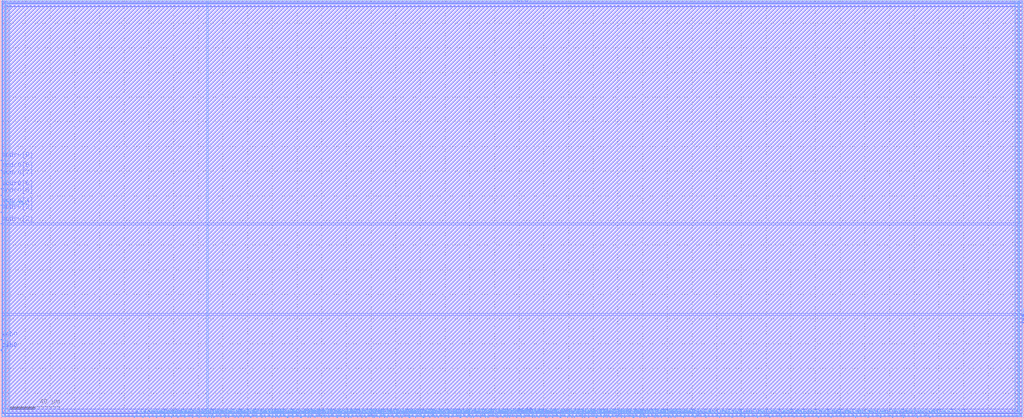
<source format=lef>
VERSION 5.4 ;
NAMESCASESENSITIVE ON ;
BUSBITCHARS "[]" ;
DIVIDERCHAR "/" ;
UNITS
  DATABASE MICRONS 1000 ;
END UNITS
MACRO sky130_sram_4kbyte_1rw_64x512_8
   CLASS BLOCK ;
   SIZE 828.62 BY 339.02 ;
   SYMMETRY X Y R90 ;
   PIN din0[0]
      DIRECTION INPUT ;
      PORT
         LAYER met4 ;
         RECT  167.28 0.0 167.66 1.06 ;
      END
   END din0[0]
   PIN din0[1]
      DIRECTION INPUT ;
      PORT
         LAYER met4 ;
         RECT  172.72 0.0 173.1 1.06 ;
      END
   END din0[1]
   PIN din0[2]
      DIRECTION INPUT ;
      PORT
         LAYER met4 ;
         RECT  178.16 0.0 178.54 1.06 ;
      END
   END din0[2]
   PIN din0[3]
      DIRECTION INPUT ;
      PORT
         LAYER met4 ;
         RECT  184.28 0.0 184.66 1.06 ;
      END
   END din0[3]
   PIN din0[4]
      DIRECTION INPUT ;
      PORT
         LAYER met4 ;
         RECT  189.72 0.0 190.1 1.06 ;
      END
   END din0[4]
   PIN din0[5]
      DIRECTION INPUT ;
      PORT
         LAYER met4 ;
         RECT  196.52 0.0 196.9 1.06 ;
      END
   END din0[5]
   PIN din0[6]
      DIRECTION INPUT ;
      PORT
         LAYER met4 ;
         RECT  202.64 0.0 203.02 1.06 ;
      END
   END din0[6]
   PIN din0[7]
      DIRECTION INPUT ;
      PORT
         LAYER met4 ;
         RECT  207.4 0.0 207.78 1.06 ;
      END
   END din0[7]
   PIN din0[8]
      DIRECTION INPUT ;
      PORT
         LAYER met4 ;
         RECT  214.2 0.0 214.58 1.06 ;
      END
   END din0[8]
   PIN din0[9]
      DIRECTION INPUT ;
      PORT
         LAYER met4 ;
         RECT  219.64 0.0 220.02 1.06 ;
      END
   END din0[9]
   PIN din0[10]
      DIRECTION INPUT ;
      PORT
         LAYER met4 ;
         RECT  225.08 0.0 225.46 1.06 ;
      END
   END din0[10]
   PIN din0[11]
      DIRECTION INPUT ;
      PORT
         LAYER met4 ;
         RECT  231.88 0.0 232.26 1.06 ;
      END
   END din0[11]
   PIN din0[12]
      DIRECTION INPUT ;
      PORT
         LAYER met4 ;
         RECT  236.64 0.0 237.02 1.06 ;
      END
   END din0[12]
   PIN din0[13]
      DIRECTION INPUT ;
      PORT
         LAYER met4 ;
         RECT  243.44 0.0 243.82 1.06 ;
      END
   END din0[13]
   PIN din0[14]
      DIRECTION INPUT ;
      PORT
         LAYER met4 ;
         RECT  248.88 0.0 249.26 1.06 ;
      END
   END din0[14]
   PIN din0[15]
      DIRECTION INPUT ;
      PORT
         LAYER met4 ;
         RECT  254.32 0.0 254.7 1.06 ;
      END
   END din0[15]
   PIN din0[16]
      DIRECTION INPUT ;
      PORT
         LAYER met4 ;
         RECT  259.76 0.0 260.14 1.06 ;
      END
   END din0[16]
   PIN din0[17]
      DIRECTION INPUT ;
      PORT
         LAYER met4 ;
         RECT  265.88 0.0 266.26 1.06 ;
      END
   END din0[17]
   PIN din0[18]
      DIRECTION INPUT ;
      PORT
         LAYER met4 ;
         RECT  272.68 0.0 273.06 1.06 ;
      END
   END din0[18]
   PIN din0[19]
      DIRECTION INPUT ;
      PORT
         LAYER met4 ;
         RECT  278.12 0.0 278.5 1.06 ;
      END
   END din0[19]
   PIN din0[20]
      DIRECTION INPUT ;
      PORT
         LAYER met4 ;
         RECT  283.56 0.0 283.94 1.06 ;
      END
   END din0[20]
   PIN din0[21]
      DIRECTION INPUT ;
      PORT
         LAYER met4 ;
         RECT  289.0 0.0 289.38 1.06 ;
      END
   END din0[21]
   PIN din0[22]
      DIRECTION INPUT ;
      PORT
         LAYER met4 ;
         RECT  295.8 0.0 296.18 1.06 ;
      END
   END din0[22]
   PIN din0[23]
      DIRECTION INPUT ;
      PORT
         LAYER met4 ;
         RECT  301.24 0.0 301.62 1.06 ;
      END
   END din0[23]
   PIN din0[24]
      DIRECTION INPUT ;
      PORT
         LAYER met4 ;
         RECT  306.68 0.0 307.06 1.06 ;
      END
   END din0[24]
   PIN din0[25]
      DIRECTION INPUT ;
      PORT
         LAYER met4 ;
         RECT  312.8 0.0 313.18 1.06 ;
      END
   END din0[25]
   PIN din0[26]
      DIRECTION INPUT ;
      PORT
         LAYER met4 ;
         RECT  318.24 0.0 318.62 1.06 ;
      END
   END din0[26]
   PIN din0[27]
      DIRECTION INPUT ;
      PORT
         LAYER met4 ;
         RECT  325.04 0.0 325.42 1.06 ;
      END
   END din0[27]
   PIN din0[28]
      DIRECTION INPUT ;
      PORT
         LAYER met4 ;
         RECT  331.16 0.0 331.54 1.06 ;
      END
   END din0[28]
   PIN din0[29]
      DIRECTION INPUT ;
      PORT
         LAYER met4 ;
         RECT  335.92 0.0 336.3 1.06 ;
      END
   END din0[29]
   PIN din0[30]
      DIRECTION INPUT ;
      PORT
         LAYER met4 ;
         RECT  342.04 0.0 342.42 1.06 ;
      END
   END din0[30]
   PIN din0[31]
      DIRECTION INPUT ;
      PORT
         LAYER met4 ;
         RECT  347.48 0.0 347.86 1.06 ;
      END
   END din0[31]
   PIN din0[32]
      DIRECTION INPUT ;
      PORT
         LAYER met4 ;
         RECT  354.28 0.0 354.66 1.06 ;
      END
   END din0[32]
   PIN din0[33]
      DIRECTION INPUT ;
      PORT
         LAYER met4 ;
         RECT  359.72 0.0 360.1 1.06 ;
      END
   END din0[33]
   PIN din0[34]
      DIRECTION INPUT ;
      PORT
         LAYER met4 ;
         RECT  365.16 0.0 365.54 1.06 ;
      END
   END din0[34]
   PIN din0[35]
      DIRECTION INPUT ;
      PORT
         LAYER met4 ;
         RECT  371.96 0.0 372.34 1.06 ;
      END
   END din0[35]
   PIN din0[36]
      DIRECTION INPUT ;
      PORT
         LAYER met4 ;
         RECT  377.4 0.0 377.78 1.06 ;
      END
   END din0[36]
   PIN din0[37]
      DIRECTION INPUT ;
      PORT
         LAYER met4 ;
         RECT  382.84 0.0 383.22 1.06 ;
      END
   END din0[37]
   PIN din0[38]
      DIRECTION INPUT ;
      PORT
         LAYER met4 ;
         RECT  388.28 0.0 388.66 1.06 ;
      END
   END din0[38]
   PIN din0[39]
      DIRECTION INPUT ;
      PORT
         LAYER met4 ;
         RECT  394.4 0.0 394.78 1.06 ;
      END
   END din0[39]
   PIN din0[40]
      DIRECTION INPUT ;
      PORT
         LAYER met4 ;
         RECT  401.2 0.0 401.58 1.06 ;
      END
   END din0[40]
   PIN din0[41]
      DIRECTION INPUT ;
      PORT
         LAYER met4 ;
         RECT  406.64 0.0 407.02 1.06 ;
      END
   END din0[41]
   PIN din0[42]
      DIRECTION INPUT ;
      PORT
         LAYER met4 ;
         RECT  412.08 0.0 412.46 1.06 ;
      END
   END din0[42]
   PIN din0[43]
      DIRECTION INPUT ;
      PORT
         LAYER met4 ;
         RECT  417.52 0.0 417.9 1.06 ;
      END
   END din0[43]
   PIN din0[44]
      DIRECTION INPUT ;
      PORT
         LAYER met4 ;
         RECT  423.64 0.0 424.02 1.06 ;
      END
   END din0[44]
   PIN din0[45]
      DIRECTION INPUT ;
      PORT
         LAYER met4 ;
         RECT  430.44 0.0 430.82 1.06 ;
      END
   END din0[45]
   PIN din0[46]
      DIRECTION INPUT ;
      PORT
         LAYER met4 ;
         RECT  435.88 0.0 436.26 1.06 ;
      END
   END din0[46]
   PIN din0[47]
      DIRECTION INPUT ;
      PORT
         LAYER met4 ;
         RECT  441.32 0.0 441.7 1.06 ;
      END
   END din0[47]
   PIN din0[48]
      DIRECTION INPUT ;
      PORT
         LAYER met4 ;
         RECT  446.76 0.0 447.14 1.06 ;
      END
   END din0[48]
   PIN din0[49]
      DIRECTION INPUT ;
      PORT
         LAYER met4 ;
         RECT  453.56 0.0 453.94 1.06 ;
      END
   END din0[49]
   PIN din0[50]
      DIRECTION INPUT ;
      PORT
         LAYER met4 ;
         RECT  459.0 0.0 459.38 1.06 ;
      END
   END din0[50]
   PIN din0[51]
      DIRECTION INPUT ;
      PORT
         LAYER met4 ;
         RECT  464.44 0.0 464.82 1.06 ;
      END
   END din0[51]
   PIN din0[52]
      DIRECTION INPUT ;
      PORT
         LAYER met4 ;
         RECT  471.24 0.0 471.62 1.06 ;
      END
   END din0[52]
   PIN din0[53]
      DIRECTION INPUT ;
      PORT
         LAYER met4 ;
         RECT  476.0 0.0 476.38 1.06 ;
      END
   END din0[53]
   PIN din0[54]
      DIRECTION INPUT ;
      PORT
         LAYER met4 ;
         RECT  482.8 0.0 483.18 1.06 ;
      END
   END din0[54]
   PIN din0[55]
      DIRECTION INPUT ;
      PORT
         LAYER met4 ;
         RECT  488.24 0.0 488.62 1.06 ;
      END
   END din0[55]
   PIN din0[56]
      DIRECTION INPUT ;
      PORT
         LAYER met4 ;
         RECT  493.68 0.0 494.06 1.06 ;
      END
   END din0[56]
   PIN din0[57]
      DIRECTION INPUT ;
      PORT
         LAYER met4 ;
         RECT  499.12 0.0 499.5 1.06 ;
      END
   END din0[57]
   PIN din0[58]
      DIRECTION INPUT ;
      PORT
         LAYER met4 ;
         RECT  505.24 0.0 505.62 1.06 ;
      END
   END din0[58]
   PIN din0[59]
      DIRECTION INPUT ;
      PORT
         LAYER met4 ;
         RECT  512.04 0.0 512.42 1.06 ;
      END
   END din0[59]
   PIN din0[60]
      DIRECTION INPUT ;
      PORT
         LAYER met4 ;
         RECT  517.48 0.0 517.86 1.06 ;
      END
   END din0[60]
   PIN din0[61]
      DIRECTION INPUT ;
      PORT
         LAYER met4 ;
         RECT  522.92 0.0 523.3 1.06 ;
      END
   END din0[61]
   PIN din0[62]
      DIRECTION INPUT ;
      PORT
         LAYER met4 ;
         RECT  529.72 0.0 530.1 1.06 ;
      END
   END din0[62]
   PIN din0[63]
      DIRECTION INPUT ;
      PORT
         LAYER met4 ;
         RECT  535.16 0.0 535.54 1.06 ;
      END
   END din0[63]
   PIN din0[64]
      DIRECTION INPUT ;
      PORT
         LAYER met4 ;
         RECT  540.6 0.0 540.98 1.06 ;
      END
   END din0[64]
   PIN addr0[0]
      DIRECTION INPUT ;
      PORT
         LAYER met4 ;
         RECT  108.12 0.0 108.5 1.06 ;
      END
   END addr0[0]
   PIN addr0[1]
      DIRECTION INPUT ;
      PORT
         LAYER met4 ;
         RECT  114.92 0.0 115.3 1.06 ;
      END
   END addr0[1]
   PIN addr0[2]
      DIRECTION INPUT ;
      PORT
         LAYER met3 ;
         RECT  0.0 157.08 1.06 157.46 ;
      END
   END addr0[2]
   PIN addr0[3]
      DIRECTION INPUT ;
      PORT
         LAYER met3 ;
         RECT  0.0 166.6 1.06 166.98 ;
      END
   END addr0[3]
   PIN addr0[4]
      DIRECTION INPUT ;
      PORT
         LAYER met3 ;
         RECT  0.0 172.04 1.06 172.42 ;
      END
   END addr0[4]
   PIN addr0[5]
      DIRECTION INPUT ;
      PORT
         LAYER met3 ;
         RECT  0.0 180.2 1.06 180.58 ;
      END
   END addr0[5]
   PIN addr0[6]
      DIRECTION INPUT ;
      PORT
         LAYER met3 ;
         RECT  0.0 185.64 1.06 186.02 ;
      END
   END addr0[6]
   PIN addr0[7]
      DIRECTION INPUT ;
      PORT
         LAYER met3 ;
         RECT  0.0 194.48 1.06 194.86 ;
      END
   END addr0[7]
   PIN addr0[8]
      DIRECTION INPUT ;
      PORT
         LAYER met3 ;
         RECT  0.0 200.6 1.06 200.98 ;
      END
   END addr0[8]
   PIN addr0[9]
      DIRECTION INPUT ;
      PORT
         LAYER met3 ;
         RECT  0.0 208.76 1.06 209.14 ;
      END
   END addr0[9]
   PIN csb0
      DIRECTION INPUT ;
      PORT
         LAYER met3 ;
         RECT  0.0 54.4 1.06 54.78 ;
      END
   END csb0
   PIN web0
      DIRECTION INPUT ;
      PORT
         LAYER met3 ;
         RECT  0.0 63.24 1.06 63.62 ;
      END
   END web0
   PIN clk0
      DIRECTION INPUT ;
      PORT
         LAYER met3 ;
         RECT  0.0 55.08 1.06 55.46 ;
      END
   END clk0
   PIN wmask0[0]
      DIRECTION INPUT ;
      PORT
         LAYER met4 ;
         RECT  120.36 0.0 120.74 1.06 ;
      END
   END wmask0[0]
   PIN wmask0[1]
      DIRECTION INPUT ;
      PORT
         LAYER met4 ;
         RECT  125.8 0.0 126.18 1.06 ;
      END
   END wmask0[1]
   PIN wmask0[2]
      DIRECTION INPUT ;
      PORT
         LAYER met4 ;
         RECT  132.6 0.0 132.98 1.06 ;
      END
   END wmask0[2]
   PIN wmask0[3]
      DIRECTION INPUT ;
      PORT
         LAYER met4 ;
         RECT  138.04 0.0 138.42 1.06 ;
      END
   END wmask0[3]
   PIN wmask0[4]
      DIRECTION INPUT ;
      PORT
         LAYER met4 ;
         RECT  143.48 0.0 143.86 1.06 ;
      END
   END wmask0[4]
   PIN wmask0[5]
      DIRECTION INPUT ;
      PORT
         LAYER met4 ;
         RECT  148.92 0.0 149.3 1.06 ;
      END
   END wmask0[5]
   PIN wmask0[6]
      DIRECTION INPUT ;
      PORT
         LAYER met4 ;
         RECT  155.04 0.0 155.42 1.06 ;
      END
   END wmask0[6]
   PIN wmask0[7]
      DIRECTION INPUT ;
      PORT
         LAYER met4 ;
         RECT  160.48 0.0 160.86 1.06 ;
      END
   END wmask0[7]
   PIN spare_wen0
      DIRECTION INPUT ;
      PORT
         LAYER met4 ;
         RECT  546.04 0.0 546.42 1.06 ;
      END
   END spare_wen0
   PIN dout0[0]
      DIRECTION OUTPUT ;
      PORT
         LAYER met4 ;
         RECT  170.68 0.0 171.06 1.06 ;
      END
   END dout0[0]
   PIN dout0[1]
      DIRECTION OUTPUT ;
      PORT
         LAYER met4 ;
         RECT  182.24 0.0 182.62 1.06 ;
      END
   END dout0[1]
   PIN dout0[2]
      DIRECTION OUTPUT ;
      PORT
         LAYER met4 ;
         RECT  192.44 0.0 192.82 1.06 ;
      END
   END dout0[2]
   PIN dout0[3]
      DIRECTION OUTPUT ;
      PORT
         LAYER met4 ;
         RECT  201.96 0.0 202.34 1.06 ;
      END
   END dout0[3]
   PIN dout0[4]
      DIRECTION OUTPUT ;
      PORT
         LAYER met4 ;
         RECT  211.48 0.0 211.86 1.06 ;
      END
   END dout0[4]
   PIN dout0[5]
      DIRECTION OUTPUT ;
      PORT
         LAYER met4 ;
         RECT  222.36 0.0 222.74 1.06 ;
      END
   END dout0[5]
   PIN dout0[6]
      DIRECTION OUTPUT ;
      PORT
         LAYER met4 ;
         RECT  232.56 0.0 232.94 1.06 ;
      END
   END dout0[6]
   PIN dout0[7]
      DIRECTION OUTPUT ;
      PORT
         LAYER met4 ;
         RECT  242.76 0.0 243.14 1.06 ;
      END
   END dout0[7]
   PIN dout0[8]
      DIRECTION OUTPUT ;
      PORT
         LAYER met4 ;
         RECT  250.92 0.0 251.3 1.06 ;
      END
   END dout0[8]
   PIN dout0[9]
      DIRECTION OUTPUT ;
      PORT
         LAYER met4 ;
         RECT  262.48 0.0 262.86 1.06 ;
      END
   END dout0[9]
   PIN dout0[10]
      DIRECTION OUTPUT ;
      PORT
         LAYER met4 ;
         RECT  272.0 0.0 272.38 1.06 ;
      END
   END dout0[10]
   PIN dout0[11]
      DIRECTION OUTPUT ;
      PORT
         LAYER met4 ;
         RECT  281.52 0.0 281.9 1.06 ;
      END
   END dout0[11]
   PIN dout0[12]
      DIRECTION OUTPUT ;
      PORT
         LAYER met4 ;
         RECT  292.4 0.0 292.78 1.06 ;
      END
   END dout0[12]
   PIN dout0[13]
      DIRECTION OUTPUT ;
      PORT
         LAYER met4 ;
         RECT  302.6 0.0 302.98 1.06 ;
      END
   END dout0[13]
   PIN dout0[14]
      DIRECTION OUTPUT ;
      PORT
         LAYER met4 ;
         RECT  310.76 0.0 311.14 1.06 ;
      END
   END dout0[14]
   PIN dout0[15]
      DIRECTION OUTPUT ;
      PORT
         LAYER met4 ;
         RECT  322.32 0.0 322.7 1.06 ;
      END
   END dout0[15]
   PIN dout0[16]
      DIRECTION OUTPUT ;
      PORT
         LAYER met4 ;
         RECT  330.48 0.0 330.86 1.06 ;
      END
   END dout0[16]
   PIN dout0[17]
      DIRECTION OUTPUT ;
      PORT
         LAYER met4 ;
         RECT  342.72 0.0 343.1 1.06 ;
      END
   END dout0[17]
   PIN dout0[18]
      DIRECTION OUTPUT ;
      PORT
         LAYER met4 ;
         RECT  351.56 0.0 351.94 1.06 ;
      END
   END dout0[18]
   PIN dout0[19]
      DIRECTION OUTPUT ;
      PORT
         LAYER met4 ;
         RECT  362.44 0.0 362.82 1.06 ;
      END
   END dout0[19]
   PIN dout0[20]
      DIRECTION OUTPUT ;
      PORT
         LAYER met4 ;
         RECT  372.64 0.0 373.02 1.06 ;
      END
   END dout0[20]
   PIN dout0[21]
      DIRECTION OUTPUT ;
      PORT
         LAYER met4 ;
         RECT  380.8 0.0 381.18 1.06 ;
      END
   END dout0[21]
   PIN dout0[22]
      DIRECTION OUTPUT ;
      PORT
         LAYER met4 ;
         RECT  392.36 0.0 392.74 1.06 ;
      END
   END dout0[22]
   PIN dout0[23]
      DIRECTION OUTPUT ;
      PORT
         LAYER met4 ;
         RECT  402.56 0.0 402.94 1.06 ;
      END
   END dout0[23]
   PIN dout0[24]
      DIRECTION OUTPUT ;
      PORT
         LAYER met4 ;
         RECT  410.04 0.0 410.42 1.06 ;
      END
   END dout0[24]
   PIN dout0[25]
      DIRECTION OUTPUT ;
      PORT
         LAYER met4 ;
         RECT  421.6 0.0 421.98 1.06 ;
      END
   END dout0[25]
   PIN dout0[26]
      DIRECTION OUTPUT ;
      PORT
         LAYER met4 ;
         RECT  432.48 0.0 432.86 1.06 ;
      END
   END dout0[26]
   PIN dout0[27]
      DIRECTION OUTPUT ;
      PORT
         LAYER met4 ;
         RECT  442.68 0.0 443.06 1.06 ;
      END
   END dout0[27]
   PIN dout0[28]
      DIRECTION OUTPUT ;
      PORT
         LAYER met4 ;
         RECT  452.88 0.0 453.26 1.06 ;
      END
   END dout0[28]
   PIN dout0[29]
      DIRECTION OUTPUT ;
      PORT
         LAYER met4 ;
         RECT  462.4 0.0 462.78 1.06 ;
      END
   END dout0[29]
   PIN dout0[30]
      DIRECTION OUTPUT ;
      PORT
         LAYER met4 ;
         RECT  472.6 0.0 472.98 1.06 ;
      END
   END dout0[30]
   PIN dout0[31]
      DIRECTION OUTPUT ;
      PORT
         LAYER met4 ;
         RECT  482.12 0.0 482.5 1.06 ;
      END
   END dout0[31]
   PIN dout0[32]
      DIRECTION OUTPUT ;
      PORT
         LAYER met4 ;
         RECT  490.96 0.0 491.34 1.06 ;
      END
   END dout0[32]
   PIN dout0[33]
      DIRECTION OUTPUT ;
      PORT
         LAYER met4 ;
         RECT  502.52 0.0 502.9 1.06 ;
      END
   END dout0[33]
   PIN dout0[34]
      DIRECTION OUTPUT ;
      PORT
         LAYER met4 ;
         RECT  512.72 0.0 513.1 1.06 ;
      END
   END dout0[34]
   PIN dout0[35]
      DIRECTION OUTPUT ;
      PORT
         LAYER met4 ;
         RECT  520.88 0.0 521.26 1.06 ;
      END
   END dout0[35]
   PIN dout0[36]
      DIRECTION OUTPUT ;
      PORT
         LAYER met4 ;
         RECT  532.44 0.0 532.82 1.06 ;
      END
   END dout0[36]
   PIN dout0[37]
      DIRECTION OUTPUT ;
      PORT
         LAYER met4 ;
         RECT  542.64 0.0 543.02 1.06 ;
      END
   END dout0[37]
   PIN dout0[38]
      DIRECTION OUTPUT ;
      PORT
         LAYER met4 ;
         RECT  552.84 0.0 553.22 1.06 ;
      END
   END dout0[38]
   PIN dout0[39]
      DIRECTION OUTPUT ;
      PORT
         LAYER met4 ;
         RECT  562.36 0.0 562.74 1.06 ;
      END
   END dout0[39]
   PIN dout0[40]
      DIRECTION OUTPUT ;
      PORT
         LAYER met4 ;
         RECT  571.2 0.0 571.58 1.06 ;
      END
   END dout0[40]
   PIN dout0[41]
      DIRECTION OUTPUT ;
      PORT
         LAYER met4 ;
         RECT  582.08 0.0 582.46 1.06 ;
      END
   END dout0[41]
   PIN dout0[42]
      DIRECTION OUTPUT ;
      PORT
         LAYER met4 ;
         RECT  592.28 0.0 592.66 1.06 ;
      END
   END dout0[42]
   PIN dout0[43]
      DIRECTION OUTPUT ;
      PORT
         LAYER met4 ;
         RECT  602.48 0.0 602.86 1.06 ;
      END
   END dout0[43]
   PIN dout0[44]
      DIRECTION OUTPUT ;
      PORT
         LAYER met4 ;
         RECT  612.68 0.0 613.06 1.06 ;
      END
   END dout0[44]
   PIN dout0[45]
      DIRECTION OUTPUT ;
      PORT
         LAYER met4 ;
         RECT  622.88 0.0 623.26 1.06 ;
      END
   END dout0[45]
   PIN dout0[46]
      DIRECTION OUTPUT ;
      PORT
         LAYER met4 ;
         RECT  632.4 0.0 632.78 1.06 ;
      END
   END dout0[46]
   PIN dout0[47]
      DIRECTION OUTPUT ;
      PORT
         LAYER met4 ;
         RECT  642.6 0.0 642.98 1.06 ;
      END
   END dout0[47]
   PIN dout0[48]
      DIRECTION OUTPUT ;
      PORT
         LAYER met4 ;
         RECT  651.44 0.0 651.82 1.06 ;
      END
   END dout0[48]
   PIN dout0[49]
      DIRECTION OUTPUT ;
      PORT
         LAYER met4 ;
         RECT  662.32 0.0 662.7 1.06 ;
      END
   END dout0[49]
   PIN dout0[50]
      DIRECTION OUTPUT ;
      PORT
         LAYER met4 ;
         RECT  672.52 0.0 672.9 1.06 ;
      END
   END dout0[50]
   PIN dout0[51]
      DIRECTION OUTPUT ;
      PORT
         LAYER met4 ;
         RECT  682.72 0.0 683.1 1.06 ;
      END
   END dout0[51]
   PIN dout0[52]
      DIRECTION OUTPUT ;
      PORT
         LAYER met4 ;
         RECT  692.24 0.0 692.62 1.06 ;
      END
   END dout0[52]
   PIN dout0[53]
      DIRECTION OUTPUT ;
      PORT
         LAYER met4 ;
         RECT  702.44 0.0 702.82 1.06 ;
      END
   END dout0[53]
   PIN dout0[54]
      DIRECTION OUTPUT ;
      PORT
         LAYER met4 ;
         RECT  712.64 0.0 713.02 1.06 ;
      END
   END dout0[54]
   PIN dout0[55]
      DIRECTION OUTPUT ;
      PORT
         LAYER met4 ;
         RECT  722.16 0.0 722.54 1.06 ;
      END
   END dout0[55]
   PIN dout0[56]
      DIRECTION OUTPUT ;
      PORT
         LAYER met4 ;
         RECT  731.0 0.0 731.38 1.06 ;
      END
   END dout0[56]
   PIN dout0[57]
      DIRECTION OUTPUT ;
      PORT
         LAYER met4 ;
         RECT  742.56 0.0 742.94 1.06 ;
      END
   END dout0[57]
   PIN dout0[58]
      DIRECTION OUTPUT ;
      PORT
         LAYER met4 ;
         RECT  752.76 0.0 753.14 1.06 ;
      END
   END dout0[58]
   PIN dout0[59]
      DIRECTION OUTPUT ;
      PORT
         LAYER met3 ;
         RECT  827.56 83.64 828.62 84.02 ;
      END
   END dout0[59]
   PIN dout0[60]
      DIRECTION OUTPUT ;
      PORT
         LAYER met3 ;
         RECT  827.56 78.88 828.62 79.26 ;
      END
   END dout0[60]
   PIN dout0[61]
      DIRECTION OUTPUT ;
      PORT
         LAYER met3 ;
         RECT  827.56 82.96 828.62 83.34 ;
      END
   END dout0[61]
   PIN dout0[62]
      DIRECTION OUTPUT ;
      PORT
         LAYER met3 ;
         RECT  827.56 76.84 828.62 77.22 ;
      END
   END dout0[62]
   PIN dout0[63]
      DIRECTION OUTPUT ;
      PORT
         LAYER met3 ;
         RECT  827.56 82.28 828.62 82.66 ;
      END
   END dout0[63]
   PIN dout0[64]
      DIRECTION OUTPUT ;
      PORT
         LAYER met3 ;
         RECT  827.56 80.24 828.62 80.62 ;
      END
   END dout0[64]
   PIN vccd1
      DIRECTION INOUT ;
      USE POWER ; 
      SHAPE ABUTMENT ; 
      PORT
         LAYER met4 ;
         RECT  822.12 4.76 823.86 335.62 ;
         LAYER met3 ;
         RECT  4.76 4.76 823.86 6.5 ;
         LAYER met4 ;
         RECT  4.76 4.76 6.5 335.62 ;
         LAYER met3 ;
         RECT  4.76 333.88 823.86 335.62 ;
      END
   END vccd1
   PIN vssd1
      DIRECTION INOUT ;
      USE GROUND ; 
      SHAPE ABUTMENT ; 
      PORT
         LAYER met3 ;
         RECT  1.36 337.28 827.26 339.02 ;
         LAYER met4 ;
         RECT  825.52 1.36 827.26 339.02 ;
         LAYER met3 ;
         RECT  1.36 1.36 827.26 3.1 ;
         LAYER met4 ;
         RECT  1.36 1.36 3.1 339.02 ;
      END
   END vssd1
   OBS
   LAYER  met1 ;
      RECT  0.62 0.62 828.0 338.4 ;
   LAYER  met2 ;
      RECT  0.62 0.62 828.0 338.4 ;
   LAYER  met3 ;
      RECT  1.66 156.48 828.0 158.06 ;
      RECT  0.62 158.06 1.66 166.0 ;
      RECT  0.62 167.58 1.66 171.44 ;
      RECT  0.62 173.02 1.66 179.6 ;
      RECT  0.62 181.18 1.66 185.04 ;
      RECT  0.62 186.62 1.66 193.88 ;
      RECT  0.62 195.46 1.66 200.0 ;
      RECT  0.62 201.58 1.66 208.16 ;
      RECT  0.62 64.22 1.66 156.48 ;
      RECT  0.62 56.06 1.66 62.64 ;
      RECT  1.66 83.04 826.96 84.62 ;
      RECT  1.66 84.62 826.96 156.48 ;
      RECT  826.96 84.62 828.0 156.48 ;
      RECT  826.96 77.82 828.0 78.28 ;
      RECT  826.96 81.22 828.0 81.68 ;
      RECT  1.66 4.16 4.16 7.1 ;
      RECT  1.66 7.1 4.16 83.04 ;
      RECT  4.16 7.1 824.46 83.04 ;
      RECT  824.46 4.16 826.96 7.1 ;
      RECT  824.46 7.1 826.96 83.04 ;
      RECT  1.66 158.06 4.16 333.28 ;
      RECT  1.66 333.28 4.16 336.22 ;
      RECT  4.16 158.06 824.46 333.28 ;
      RECT  824.46 158.06 828.0 333.28 ;
      RECT  824.46 333.28 828.0 336.22 ;
      RECT  0.62 209.74 0.76 336.68 ;
      RECT  0.62 336.68 0.76 338.4 ;
      RECT  0.76 209.74 1.66 336.68 ;
      RECT  1.66 336.22 4.16 336.68 ;
      RECT  4.16 336.22 824.46 336.68 ;
      RECT  824.46 336.22 827.86 336.68 ;
      RECT  827.86 336.22 828.0 336.68 ;
      RECT  827.86 336.68 828.0 338.4 ;
      RECT  0.62 0.62 0.76 0.76 ;
      RECT  0.62 0.76 0.76 3.7 ;
      RECT  0.62 3.7 0.76 53.8 ;
      RECT  0.76 0.62 1.66 0.76 ;
      RECT  0.76 3.7 1.66 53.8 ;
      RECT  826.96 0.62 827.86 0.76 ;
      RECT  826.96 3.7 827.86 76.24 ;
      RECT  827.86 0.62 828.0 0.76 ;
      RECT  827.86 0.76 828.0 3.7 ;
      RECT  827.86 3.7 828.0 76.24 ;
      RECT  1.66 0.62 4.16 0.76 ;
      RECT  1.66 3.7 4.16 4.16 ;
      RECT  4.16 0.62 824.46 0.76 ;
      RECT  4.16 3.7 824.46 4.16 ;
      RECT  824.46 0.62 826.96 0.76 ;
      RECT  824.46 3.7 826.96 4.16 ;
   LAYER  met4 ;
      RECT  166.68 1.66 168.26 338.4 ;
      RECT  173.7 0.62 177.56 1.66 ;
      RECT  185.26 0.62 189.12 1.66 ;
      RECT  203.62 0.62 206.8 1.66 ;
      RECT  215.18 0.62 219.04 1.66 ;
      RECT  226.06 0.62 231.28 1.66 ;
      RECT  244.42 0.62 248.28 1.66 ;
      RECT  255.3 0.62 259.16 1.66 ;
      RECT  273.66 0.62 277.52 1.66 ;
      RECT  284.54 0.62 288.4 1.66 ;
      RECT  296.78 0.62 300.64 1.66 ;
      RECT  313.78 0.62 317.64 1.66 ;
      RECT  332.14 0.62 335.32 1.66 ;
      RECT  336.9 0.62 341.44 1.66 ;
      RECT  355.26 0.62 359.12 1.66 ;
      RECT  366.14 0.62 371.36 1.66 ;
      RECT  383.82 0.62 387.68 1.66 ;
      RECT  395.38 0.62 400.6 1.66 ;
      RECT  413.06 0.62 416.92 1.66 ;
      RECT  424.62 0.62 429.84 1.66 ;
      RECT  436.86 0.62 440.72 1.66 ;
      RECT  454.54 0.62 458.4 1.66 ;
      RECT  465.42 0.62 470.64 1.66 ;
      RECT  483.78 0.62 487.64 1.66 ;
      RECT  494.66 0.62 498.52 1.66 ;
      RECT  506.22 0.62 511.44 1.66 ;
      RECT  523.9 0.62 529.12 1.66 ;
      RECT  536.14 0.62 540.0 1.66 ;
      RECT  109.1 0.62 114.32 1.66 ;
      RECT  115.9 0.62 119.76 1.66 ;
      RECT  121.34 0.62 125.2 1.66 ;
      RECT  126.78 0.62 132.0 1.66 ;
      RECT  133.58 0.62 137.44 1.66 ;
      RECT  139.02 0.62 142.88 1.66 ;
      RECT  144.46 0.62 148.32 1.66 ;
      RECT  149.9 0.62 154.44 1.66 ;
      RECT  156.02 0.62 159.88 1.66 ;
      RECT  161.46 0.62 166.68 1.66 ;
      RECT  168.26 0.62 170.08 1.66 ;
      RECT  171.66 0.62 172.12 1.66 ;
      RECT  179.14 0.62 181.64 1.66 ;
      RECT  183.22 0.62 183.68 1.66 ;
      RECT  190.7 0.62 191.84 1.66 ;
      RECT  193.42 0.62 195.92 1.66 ;
      RECT  197.5 0.62 201.36 1.66 ;
      RECT  208.38 0.62 210.88 1.66 ;
      RECT  212.46 0.62 213.6 1.66 ;
      RECT  220.62 0.62 221.76 1.66 ;
      RECT  223.34 0.62 224.48 1.66 ;
      RECT  233.54 0.62 236.04 1.66 ;
      RECT  237.62 0.62 242.16 1.66 ;
      RECT  249.86 0.62 250.32 1.66 ;
      RECT  251.9 0.62 253.72 1.66 ;
      RECT  260.74 0.62 261.88 1.66 ;
      RECT  263.46 0.62 265.28 1.66 ;
      RECT  266.86 0.62 271.4 1.66 ;
      RECT  279.1 0.62 280.92 1.66 ;
      RECT  282.5 0.62 282.96 1.66 ;
      RECT  289.98 0.62 291.8 1.66 ;
      RECT  293.38 0.62 295.2 1.66 ;
      RECT  303.58 0.62 306.08 1.66 ;
      RECT  307.66 0.62 310.16 1.66 ;
      RECT  311.74 0.62 312.2 1.66 ;
      RECT  319.22 0.62 321.72 1.66 ;
      RECT  323.3 0.62 324.44 1.66 ;
      RECT  326.02 0.62 329.88 1.66 ;
      RECT  343.7 0.62 346.88 1.66 ;
      RECT  348.46 0.62 350.96 1.66 ;
      RECT  352.54 0.62 353.68 1.66 ;
      RECT  360.7 0.62 361.84 1.66 ;
      RECT  363.42 0.62 364.56 1.66 ;
      RECT  373.62 0.62 376.8 1.66 ;
      RECT  378.38 0.62 380.2 1.66 ;
      RECT  381.78 0.62 382.24 1.66 ;
      RECT  389.26 0.62 391.76 1.66 ;
      RECT  393.34 0.62 393.8 1.66 ;
      RECT  403.54 0.62 406.04 1.66 ;
      RECT  407.62 0.62 409.44 1.66 ;
      RECT  411.02 0.62 411.48 1.66 ;
      RECT  418.5 0.62 421.0 1.66 ;
      RECT  422.58 0.62 423.04 1.66 ;
      RECT  431.42 0.62 431.88 1.66 ;
      RECT  433.46 0.62 435.28 1.66 ;
      RECT  443.66 0.62 446.16 1.66 ;
      RECT  447.74 0.62 452.28 1.66 ;
      RECT  459.98 0.62 461.8 1.66 ;
      RECT  463.38 0.62 463.84 1.66 ;
      RECT  473.58 0.62 475.4 1.66 ;
      RECT  476.98 0.62 481.52 1.66 ;
      RECT  489.22 0.62 490.36 1.66 ;
      RECT  491.94 0.62 493.08 1.66 ;
      RECT  500.1 0.62 501.92 1.66 ;
      RECT  503.5 0.62 504.64 1.66 ;
      RECT  513.7 0.62 516.88 1.66 ;
      RECT  518.46 0.62 520.28 1.66 ;
      RECT  521.86 0.62 522.32 1.66 ;
      RECT  530.7 0.62 531.84 1.66 ;
      RECT  533.42 0.62 534.56 1.66 ;
      RECT  541.58 0.62 542.04 1.66 ;
      RECT  543.62 0.62 545.44 1.66 ;
      RECT  547.02 0.62 552.24 1.66 ;
      RECT  553.82 0.62 561.76 1.66 ;
      RECT  563.34 0.62 570.6 1.66 ;
      RECT  572.18 0.62 581.48 1.66 ;
      RECT  583.06 0.62 591.68 1.66 ;
      RECT  593.26 0.62 601.88 1.66 ;
      RECT  603.46 0.62 612.08 1.66 ;
      RECT  613.66 0.62 622.28 1.66 ;
      RECT  623.86 0.62 631.8 1.66 ;
      RECT  633.38 0.62 642.0 1.66 ;
      RECT  643.58 0.62 650.84 1.66 ;
      RECT  652.42 0.62 661.72 1.66 ;
      RECT  663.3 0.62 671.92 1.66 ;
      RECT  673.5 0.62 682.12 1.66 ;
      RECT  683.7 0.62 691.64 1.66 ;
      RECT  693.22 0.62 701.84 1.66 ;
      RECT  703.42 0.62 712.04 1.66 ;
      RECT  713.62 0.62 721.56 1.66 ;
      RECT  723.14 0.62 730.4 1.66 ;
      RECT  731.98 0.62 741.96 1.66 ;
      RECT  743.54 0.62 752.16 1.66 ;
      RECT  168.26 1.66 821.52 4.16 ;
      RECT  168.26 4.16 821.52 336.22 ;
      RECT  168.26 336.22 821.52 338.4 ;
      RECT  821.52 1.66 824.46 4.16 ;
      RECT  821.52 336.22 824.46 338.4 ;
      RECT  4.16 1.66 7.1 4.16 ;
      RECT  4.16 336.22 7.1 338.4 ;
      RECT  7.1 1.66 166.68 4.16 ;
      RECT  7.1 4.16 166.68 336.22 ;
      RECT  7.1 336.22 166.68 338.4 ;
      RECT  753.74 0.62 824.92 0.76 ;
      RECT  753.74 0.76 824.92 1.66 ;
      RECT  824.92 0.62 827.86 0.76 ;
      RECT  827.86 0.62 828.0 0.76 ;
      RECT  827.86 0.76 828.0 1.66 ;
      RECT  824.46 1.66 824.92 4.16 ;
      RECT  827.86 1.66 828.0 4.16 ;
      RECT  824.46 4.16 824.92 336.22 ;
      RECT  827.86 4.16 828.0 336.22 ;
      RECT  824.46 336.22 824.92 338.4 ;
      RECT  827.86 336.22 828.0 338.4 ;
      RECT  0.62 0.62 0.76 0.76 ;
      RECT  0.62 0.76 0.76 1.66 ;
      RECT  0.76 0.62 3.7 0.76 ;
      RECT  3.7 0.62 107.52 0.76 ;
      RECT  3.7 0.76 107.52 1.66 ;
      RECT  0.62 1.66 0.76 4.16 ;
      RECT  3.7 1.66 4.16 4.16 ;
      RECT  0.62 4.16 0.76 336.22 ;
      RECT  3.7 4.16 4.16 336.22 ;
      RECT  0.62 336.22 0.76 338.4 ;
      RECT  3.7 336.22 4.16 338.4 ;
   END
END    sky130_sram_4kbyte_1rw_64x512_8
END    LIBRARY

</source>
